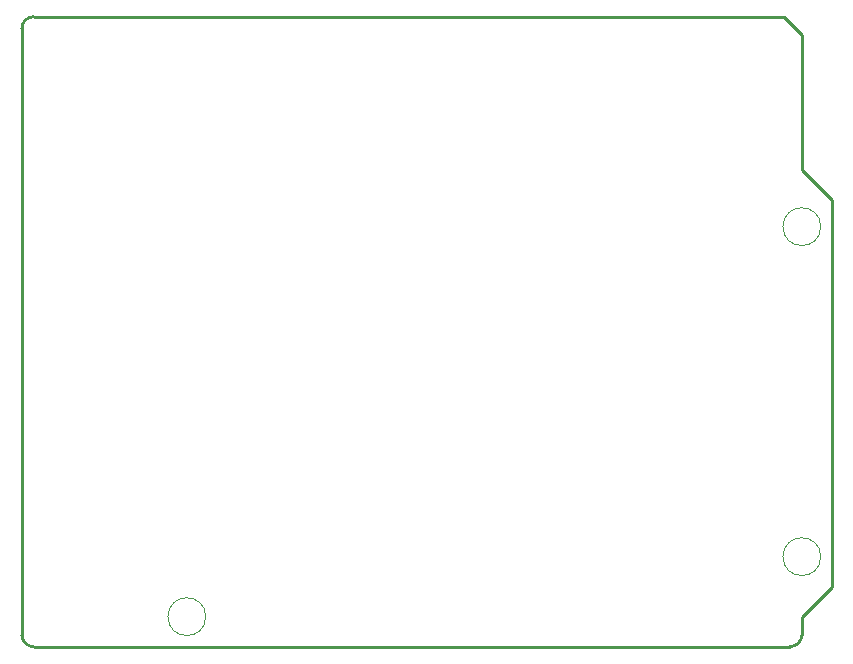
<source format=gbr>
%TF.GenerationSoftware,KiCad,Pcbnew,8.0.7*%
%TF.CreationDate,2025-05-16T10:15:14+02:00*%
%TF.ProjectId,PROJETPCB,50524f4a-4554-4504-9342-2e6b69636164,rev?*%
%TF.SameCoordinates,Original*%
%TF.FileFunction,Profile,NP*%
%FSLAX46Y46*%
G04 Gerber Fmt 4.6, Leading zero omitted, Abs format (unit mm)*
G04 Created by KiCad (PCBNEW 8.0.7) date 2025-05-16 10:15:14*
%MOMM*%
%LPD*%
G01*
G04 APERTURE LIST*
%TA.AperFunction,Profile*%
%ADD10C,0.254000*%
%TD*%
%TA.AperFunction,Profile*%
%ADD11C,0.050000*%
%TD*%
G04 APERTURE END LIST*
D10*
X244653499Y-56092067D02*
X247193499Y-58632067D01*
D11*
X194183499Y-93938067D02*
G75*
G02*
X190983499Y-93938067I-1600000J0D01*
G01*
X190983499Y-93938067D02*
G75*
G02*
X194183499Y-93938067I1600000J0D01*
G01*
X246253499Y-88858067D02*
G75*
G02*
X243053499Y-88858067I-1600000J0D01*
G01*
X243053499Y-88858067D02*
G75*
G02*
X246253499Y-88858067I1600000J0D01*
G01*
D10*
X244653499Y-44662067D02*
X244653499Y-56092067D01*
D11*
X246253499Y-60918067D02*
G75*
G02*
X243053499Y-60918067I-1600000J0D01*
G01*
X243053499Y-60918067D02*
G75*
G02*
X246253499Y-60918067I1600000J0D01*
G01*
D10*
X243653499Y-96478067D02*
X179613499Y-96478067D01*
X178613499Y-95478067D02*
X178613499Y-44138067D01*
X243129499Y-43138067D02*
X244653499Y-44662067D01*
X179613499Y-96478067D02*
G75*
G02*
X178613533Y-95478067I1J999967D01*
G01*
X247193499Y-58632067D02*
X247193499Y-91398067D01*
X179613499Y-43138067D02*
X243129499Y-43138067D01*
X244653499Y-95478067D02*
G75*
G02*
X243653499Y-96478099I-999999J-33D01*
G01*
X244653499Y-93938067D02*
X244653499Y-95478067D01*
X247193499Y-91398067D02*
X244653499Y-93938067D01*
X178613499Y-44138067D02*
G75*
G02*
X179613499Y-43138099I1000001J-33D01*
G01*
M02*

</source>
